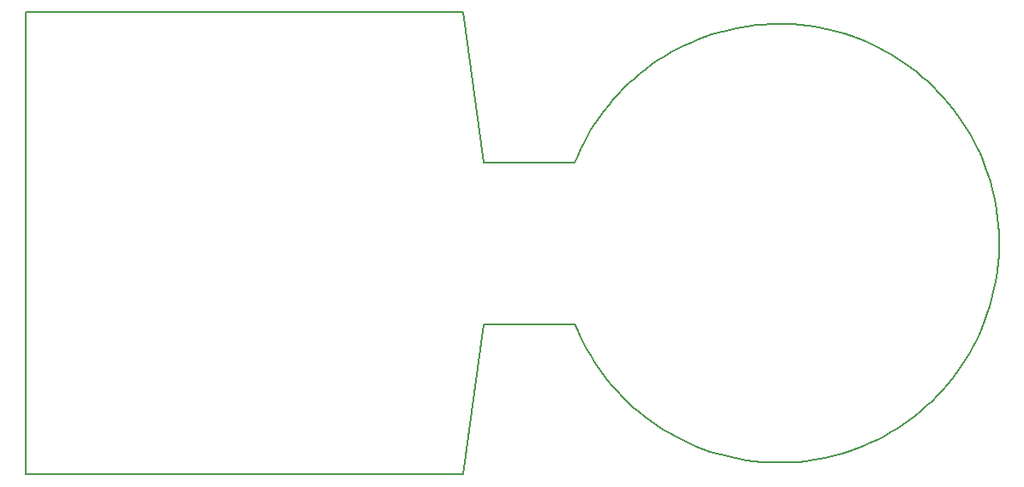
<source format=gko>
*
%FSLAX26Y26*%
%MOIN*%
%ADD10C,0.007874*%
%IPPOS*%
%LNgko*%
%LPD*%
G75*
G54D10*
X2136870Y582750D02*
X1780379D01*
X1700000Y0D01*
X0D01*
Y1800000D01*
X1700000D01*
X1780975Y1212930D01*
X2135160D01*
X2146254Y1239762D01*
X2158254Y1266200D01*
X2171145Y1292216D01*
X2184912Y1317779D01*
X2199541Y1342859D01*
X2215013Y1367428D01*
X2231312Y1391456D01*
X2248418Y1414917D01*
X2266311Y1437783D01*
X2284970Y1460027D01*
X2304375Y1481625D01*
X2324503Y1502550D01*
X2345330Y1522780D01*
X2366833Y1542290D01*
X2388986Y1561058D01*
X2411765Y1579062D01*
X2435142Y1596282D01*
X2459091Y1612697D01*
X2483583Y1628289D01*
X2508592Y1643040D01*
X2534087Y1656932D01*
X2560040Y1669950D01*
X2586420Y1682078D01*
X2613197Y1693303D01*
X2640340Y1703611D01*
X2667818Y1712991D01*
X2695599Y1721431D01*
X2723650Y1728923D01*
X2751940Y1735457D01*
X2780436Y1741026D01*
X2809104Y1745623D01*
X2837912Y1749243D01*
X2866826Y1751882D01*
X2895814Y1753537D01*
X2924841Y1754206D01*
X2953873Y1753888D01*
X2982879Y1752583D01*
X3011823Y1750294D01*
X3040673Y1747022D01*
X3069394Y1742772D01*
X3097955Y1737548D01*
X3126322Y1731356D01*
X3154462Y1724204D01*
X3182342Y1716100D01*
X3209931Y1707053D01*
X3237197Y1697074D01*
X3264108Y1686174D01*
X3290633Y1674365D01*
X3316741Y1661662D01*
X3342402Y1648079D01*
X3367587Y1633632D01*
X3392267Y1618337D01*
X3416412Y1602212D01*
X3439996Y1585276D01*
X3462990Y1567549D01*
X3485369Y1549050D01*
X3507106Y1529801D01*
X3528176Y1509825D01*
X3548555Y1489144D01*
X3568220Y1467782D01*
X3587147Y1445765D01*
X3605315Y1423117D01*
X3622703Y1399865D01*
X3639291Y1376035D01*
X3655059Y1351656D01*
X3669989Y1326754D01*
X3684065Y1301359D01*
X3697270Y1275501D01*
X3709588Y1249209D01*
X3721005Y1222514D01*
X3731509Y1195446D01*
X3741087Y1168036D01*
X3749728Y1140317D01*
X3757421Y1112321D01*
X3764159Y1084079D01*
X3769933Y1055624D01*
X3774737Y1026990D01*
X3778565Y998209D01*
X3781413Y969314D01*
X3783277Y940339D01*
X3784155Y911318D01*
X3784046Y882284D01*
X3782951Y853270D01*
X3780870Y824310D01*
X3777807Y795437D01*
X3773764Y766685D01*
X3768746Y738088D01*
X3762759Y709677D01*
X3755810Y681486D01*
X3747907Y653548D01*
X3739060Y625894D01*
X3729277Y598557D01*
X3718571Y571569D01*
X3706954Y544959D01*
X3694440Y518760D01*
X3681042Y493001D01*
X3666777Y467713D01*
X3651661Y442924D01*
X3635711Y418663D01*
X3618945Y394958D01*
X3601384Y371836D01*
X3583047Y349325D01*
X3563956Y327450D01*
X3544132Y306236D01*
X3523598Y285708D01*
X3502379Y265890D01*
X3480499Y246804D01*
X3457983Y228473D01*
X3434857Y210918D01*
X3411147Y194159D01*
X3386882Y178215D01*
X3362089Y163105D01*
X3336796Y148847D01*
X3311034Y135456D01*
X3284832Y122949D01*
X3258219Y111339D01*
X3231228Y100640D01*
X3203888Y90865D01*
X3176232Y82025D01*
X3148292Y74129D01*
X3120099Y67188D01*
X3091687Y61208D01*
X3063088Y56198D01*
X3034335Y52163D01*
X3005462Y49107D01*
X2976501Y47034D01*
X2947487Y45946D01*
X2918452Y45846D01*
X2889431Y46731D01*
X2860457Y48603D01*
X2831563Y51458D01*
X2802783Y55294D01*
X2774150Y60105D01*
X2745697Y65887D01*
X2717457Y72632D01*
X2689462Y80334D01*
X2661745Y88982D01*
X2634339Y98567D01*
X2607273Y109078D01*
X2580581Y120502D01*
X2554292Y132827D01*
X2528438Y146039D01*
X2503047Y160121D01*
X2478149Y175059D01*
X2453774Y190833D01*
X2429948Y207427D01*
X2406701Y224821D01*
X2384058Y242996D01*
X2362045Y261929D01*
X2340689Y281599D01*
X2320014Y301984D01*
X2300043Y323059D01*
X2280800Y344801D01*
X2262307Y367185D01*
X2244586Y390184D01*
X2227656Y413772D01*
X2211538Y437921D01*
X2196249Y462605D01*
X2181809Y487794D01*
X2168233Y513459D01*
X2155537Y539570D01*
X2143735Y566098D01*
X2139340Y576644D01*
X2136870Y582750D01*
M02*

</source>
